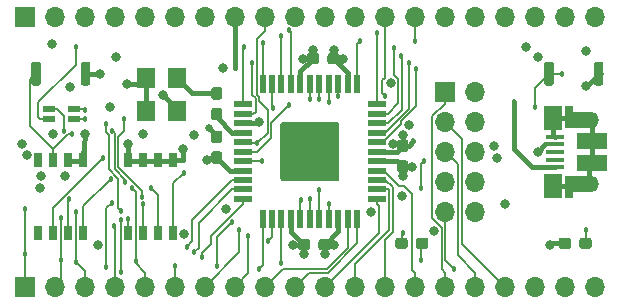
<source format=gbr>
G04 #@! TF.GenerationSoftware,KiCad,Pcbnew,(5.1.4-0-10_14)*
G04 #@! TF.CreationDate,2019-08-31T02:18:22-07:00*
G04 #@! TF.ProjectId,max_breakout,6d61785f-6272-4656-916b-6f75742e6b69,2.0*
G04 #@! TF.SameCoordinates,Original*
G04 #@! TF.FileFunction,Copper,L1,Top*
G04 #@! TF.FilePolarity,Positive*
%FSLAX46Y46*%
G04 Gerber Fmt 4.6, Leading zero omitted, Abs format (unit mm)*
G04 Created by KiCad (PCBNEW (5.1.4-0-10_14)) date 2019-08-31 02:18:22*
%MOMM*%
%LPD*%
G04 APERTURE LIST*
%ADD10R,0.760000X1.250000*%
%ADD11O,1.700000X1.700000*%
%ADD12R,1.700000X1.700000*%
%ADD13C,0.100000*%
%ADD14C,0.950000*%
%ADD15C,0.500000*%
%ADD16C,5.000000*%
%ADD17R,1.500000X0.550000*%
%ADD18R,0.550000X1.500000*%
%ADD19R,2.500000X1.430000*%
%ADD20O,1.700000X1.350000*%
%ADD21O,1.500000X1.100000*%
%ADD22R,1.650000X0.400000*%
%ADD23R,1.500000X2.000000*%
%ADD24R,0.700000X1.825000*%
%ADD25R,2.000000X1.350000*%
%ADD26R,1.000000X0.500000*%
%ADD27C,0.800000*%
%ADD28R,1.540000X1.800000*%
%ADD29C,0.812800*%
%ADD30C,0.660400*%
%ADD31C,0.457200*%
%ADD32C,0.406400*%
%ADD33C,0.152400*%
%ADD34C,0.127000*%
G04 APERTURE END LIST*
D10*
X118999000Y-116359000D03*
X115189000Y-110209000D03*
X117729000Y-116359000D03*
X116459000Y-110209000D03*
X116459000Y-116359000D03*
X117729000Y-110209000D03*
X115189000Y-116359000D03*
X118999000Y-110209000D03*
X126619000Y-116359000D03*
X122809000Y-110209000D03*
X125349000Y-116359000D03*
X124079000Y-110209000D03*
X124079000Y-116359000D03*
X125349000Y-110209000D03*
X122809000Y-116359000D03*
X126619000Y-110209000D03*
D11*
X162306000Y-98044000D03*
X159766000Y-98044000D03*
X157226000Y-98044000D03*
X154686000Y-98044000D03*
X152146000Y-98044000D03*
X149606000Y-98044000D03*
X147066000Y-98044000D03*
X144526000Y-98044000D03*
X141986000Y-98044000D03*
X139446000Y-98044000D03*
X136906000Y-98044000D03*
X134366000Y-98044000D03*
X131826000Y-98044000D03*
X129286000Y-98044000D03*
X126746000Y-98044000D03*
X124206000Y-98044000D03*
X121666000Y-98044000D03*
X119126000Y-98044000D03*
X116586000Y-98044000D03*
D12*
X114046000Y-98044000D03*
D11*
X162306000Y-120904000D03*
X159766000Y-120904000D03*
X157226000Y-120904000D03*
X154686000Y-120904000D03*
X152146000Y-120904000D03*
X149606000Y-120904000D03*
X147066000Y-120904000D03*
X144526000Y-120904000D03*
X141986000Y-120904000D03*
X139446000Y-120904000D03*
X136906000Y-120904000D03*
X134366000Y-120904000D03*
X131826000Y-120904000D03*
X129286000Y-120904000D03*
X126746000Y-120904000D03*
X124206000Y-120904000D03*
X121666000Y-120904000D03*
X119126000Y-120904000D03*
X116586000Y-120904000D03*
D12*
X114046000Y-120904000D03*
D13*
G36*
X130562779Y-109444144D02*
G01*
X130585834Y-109447563D01*
X130608443Y-109453227D01*
X130630387Y-109461079D01*
X130651457Y-109471044D01*
X130671448Y-109483026D01*
X130690168Y-109496910D01*
X130707438Y-109512562D01*
X130723090Y-109529832D01*
X130736974Y-109548552D01*
X130748956Y-109568543D01*
X130758921Y-109589613D01*
X130766773Y-109611557D01*
X130772437Y-109634166D01*
X130775856Y-109657221D01*
X130777000Y-109680500D01*
X130777000Y-110255500D01*
X130775856Y-110278779D01*
X130772437Y-110301834D01*
X130766773Y-110324443D01*
X130758921Y-110346387D01*
X130748956Y-110367457D01*
X130736974Y-110387448D01*
X130723090Y-110406168D01*
X130707438Y-110423438D01*
X130690168Y-110439090D01*
X130671448Y-110452974D01*
X130651457Y-110464956D01*
X130630387Y-110474921D01*
X130608443Y-110482773D01*
X130585834Y-110488437D01*
X130562779Y-110491856D01*
X130539500Y-110493000D01*
X130064500Y-110493000D01*
X130041221Y-110491856D01*
X130018166Y-110488437D01*
X129995557Y-110482773D01*
X129973613Y-110474921D01*
X129952543Y-110464956D01*
X129932552Y-110452974D01*
X129913832Y-110439090D01*
X129896562Y-110423438D01*
X129880910Y-110406168D01*
X129867026Y-110387448D01*
X129855044Y-110367457D01*
X129845079Y-110346387D01*
X129837227Y-110324443D01*
X129831563Y-110301834D01*
X129828144Y-110278779D01*
X129827000Y-110255500D01*
X129827000Y-109680500D01*
X129828144Y-109657221D01*
X129831563Y-109634166D01*
X129837227Y-109611557D01*
X129845079Y-109589613D01*
X129855044Y-109568543D01*
X129867026Y-109548552D01*
X129880910Y-109529832D01*
X129896562Y-109512562D01*
X129913832Y-109496910D01*
X129932552Y-109483026D01*
X129952543Y-109471044D01*
X129973613Y-109461079D01*
X129995557Y-109453227D01*
X130018166Y-109447563D01*
X130041221Y-109444144D01*
X130064500Y-109443000D01*
X130539500Y-109443000D01*
X130562779Y-109444144D01*
X130562779Y-109444144D01*
G37*
D14*
X130302000Y-109968000D03*
D13*
G36*
X130562779Y-107694144D02*
G01*
X130585834Y-107697563D01*
X130608443Y-107703227D01*
X130630387Y-107711079D01*
X130651457Y-107721044D01*
X130671448Y-107733026D01*
X130690168Y-107746910D01*
X130707438Y-107762562D01*
X130723090Y-107779832D01*
X130736974Y-107798552D01*
X130748956Y-107818543D01*
X130758921Y-107839613D01*
X130766773Y-107861557D01*
X130772437Y-107884166D01*
X130775856Y-107907221D01*
X130777000Y-107930500D01*
X130777000Y-108505500D01*
X130775856Y-108528779D01*
X130772437Y-108551834D01*
X130766773Y-108574443D01*
X130758921Y-108596387D01*
X130748956Y-108617457D01*
X130736974Y-108637448D01*
X130723090Y-108656168D01*
X130707438Y-108673438D01*
X130690168Y-108689090D01*
X130671448Y-108702974D01*
X130651457Y-108714956D01*
X130630387Y-108724921D01*
X130608443Y-108732773D01*
X130585834Y-108738437D01*
X130562779Y-108741856D01*
X130539500Y-108743000D01*
X130064500Y-108743000D01*
X130041221Y-108741856D01*
X130018166Y-108738437D01*
X129995557Y-108732773D01*
X129973613Y-108724921D01*
X129952543Y-108714956D01*
X129932552Y-108702974D01*
X129913832Y-108689090D01*
X129896562Y-108673438D01*
X129880910Y-108656168D01*
X129867026Y-108637448D01*
X129855044Y-108617457D01*
X129845079Y-108596387D01*
X129837227Y-108574443D01*
X129831563Y-108551834D01*
X129828144Y-108528779D01*
X129827000Y-108505500D01*
X129827000Y-107930500D01*
X129828144Y-107907221D01*
X129831563Y-107884166D01*
X129837227Y-107861557D01*
X129845079Y-107839613D01*
X129855044Y-107818543D01*
X129867026Y-107798552D01*
X129880910Y-107779832D01*
X129896562Y-107762562D01*
X129913832Y-107746910D01*
X129932552Y-107733026D01*
X129952543Y-107721044D01*
X129973613Y-107711079D01*
X129995557Y-107703227D01*
X130018166Y-107697563D01*
X130041221Y-107694144D01*
X130064500Y-107693000D01*
X130539500Y-107693000D01*
X130562779Y-107694144D01*
X130562779Y-107694144D01*
G37*
D14*
X130302000Y-108218000D03*
D15*
X139876000Y-107974000D03*
X139876000Y-108974000D03*
X139876000Y-109974000D03*
X137676000Y-108974000D03*
D13*
G36*
X140450504Y-106975204D02*
G01*
X140474773Y-106978804D01*
X140498571Y-106984765D01*
X140521671Y-106993030D01*
X140543849Y-107003520D01*
X140564893Y-107016133D01*
X140584598Y-107030747D01*
X140602777Y-107047223D01*
X140619253Y-107065402D01*
X140633867Y-107085107D01*
X140646480Y-107106151D01*
X140656970Y-107128329D01*
X140665235Y-107151429D01*
X140671196Y-107175227D01*
X140674796Y-107199496D01*
X140676000Y-107224000D01*
X140676000Y-111724000D01*
X140674796Y-111748504D01*
X140671196Y-111772773D01*
X140665235Y-111796571D01*
X140656970Y-111819671D01*
X140646480Y-111841849D01*
X140633867Y-111862893D01*
X140619253Y-111882598D01*
X140602777Y-111900777D01*
X140584598Y-111917253D01*
X140564893Y-111931867D01*
X140543849Y-111944480D01*
X140521671Y-111954970D01*
X140498571Y-111963235D01*
X140474773Y-111969196D01*
X140450504Y-111972796D01*
X140426000Y-111974000D01*
X135926000Y-111974000D01*
X135901496Y-111972796D01*
X135877227Y-111969196D01*
X135853429Y-111963235D01*
X135830329Y-111954970D01*
X135808151Y-111944480D01*
X135787107Y-111931867D01*
X135767402Y-111917253D01*
X135749223Y-111900777D01*
X135732747Y-111882598D01*
X135718133Y-111862893D01*
X135705520Y-111841849D01*
X135695030Y-111819671D01*
X135686765Y-111796571D01*
X135680804Y-111772773D01*
X135677204Y-111748504D01*
X135676000Y-111724000D01*
X135676000Y-107224000D01*
X135677204Y-107199496D01*
X135680804Y-107175227D01*
X135686765Y-107151429D01*
X135695030Y-107128329D01*
X135705520Y-107106151D01*
X135718133Y-107085107D01*
X135732747Y-107065402D01*
X135749223Y-107047223D01*
X135767402Y-107030747D01*
X135787107Y-107016133D01*
X135808151Y-107003520D01*
X135830329Y-106993030D01*
X135853429Y-106984765D01*
X135877227Y-106978804D01*
X135901496Y-106975204D01*
X135926000Y-106974000D01*
X140426000Y-106974000D01*
X140450504Y-106975204D01*
X140450504Y-106975204D01*
G37*
D16*
X138176000Y-109474000D03*
D15*
X138776000Y-107974000D03*
X139876000Y-111074000D03*
X138776000Y-111074000D03*
X137676000Y-111074000D03*
X136576000Y-111074000D03*
X137676000Y-107974000D03*
X136576000Y-107974000D03*
X136576000Y-109974000D03*
X137676000Y-109974000D03*
X138776000Y-109974000D03*
X138776000Y-108974000D03*
X136576000Y-108974000D03*
D17*
X132476000Y-113474000D03*
X132476000Y-112674000D03*
X132476000Y-111874000D03*
X132476000Y-111074000D03*
X132476000Y-110274000D03*
X132476000Y-109474000D03*
X132476000Y-108674000D03*
X132476000Y-107874000D03*
X132476000Y-107074000D03*
X132476000Y-106274000D03*
X132476000Y-105474000D03*
D18*
X134176000Y-103774000D03*
X134976000Y-103774000D03*
X135776000Y-103774000D03*
X136576000Y-103774000D03*
X137376000Y-103774000D03*
X138176000Y-103774000D03*
X138976000Y-103774000D03*
X139776000Y-103774000D03*
X140576000Y-103774000D03*
X141376000Y-103774000D03*
X142176000Y-103774000D03*
D17*
X143876000Y-105474000D03*
X143876000Y-106274000D03*
X143876000Y-107074000D03*
X143876000Y-107874000D03*
X143876000Y-108674000D03*
X143876000Y-109474000D03*
X143876000Y-110274000D03*
X143876000Y-111074000D03*
X143876000Y-111874000D03*
X143876000Y-112674000D03*
X143876000Y-113474000D03*
D18*
X142176000Y-115174000D03*
X141376000Y-115174000D03*
X140576000Y-115174000D03*
X139776000Y-115174000D03*
X138976000Y-115174000D03*
X138176000Y-115174000D03*
X137376000Y-115174000D03*
X136576000Y-115174000D03*
X135776000Y-115174000D03*
X134976000Y-115174000D03*
X134176000Y-115174000D03*
D19*
X162052000Y-108539000D03*
X162052000Y-110459000D03*
D20*
X161782000Y-106769000D03*
X161782000Y-112229000D03*
D21*
X158782000Y-107079000D03*
X158782000Y-111919000D03*
D22*
X158902000Y-108199000D03*
X158902000Y-108849000D03*
X158902000Y-109499000D03*
X158902000Y-110149000D03*
X158902000Y-110799000D03*
D23*
X158782000Y-106599000D03*
X158802000Y-112349000D03*
D24*
X160102000Y-106499000D03*
X160102000Y-112449000D03*
D25*
X160852000Y-112229000D03*
X160852000Y-106749000D03*
D26*
X118169000Y-106699000D03*
X116069000Y-106699000D03*
X118169000Y-105899000D03*
X116069000Y-105899000D03*
D13*
G36*
X158647603Y-101870963D02*
G01*
X158667018Y-101873843D01*
X158686057Y-101878612D01*
X158704537Y-101885224D01*
X158722279Y-101893616D01*
X158739114Y-101903706D01*
X158754879Y-101915398D01*
X158769421Y-101928579D01*
X158782602Y-101943121D01*
X158794294Y-101958886D01*
X158804384Y-101975721D01*
X158812776Y-101993463D01*
X158819388Y-102011943D01*
X158824157Y-102030982D01*
X158827037Y-102050397D01*
X158828000Y-102070000D01*
X158828000Y-103670000D01*
X158827037Y-103689603D01*
X158824157Y-103709018D01*
X158819388Y-103728057D01*
X158812776Y-103746537D01*
X158804384Y-103764279D01*
X158794294Y-103781114D01*
X158782602Y-103796879D01*
X158769421Y-103811421D01*
X158754879Y-103824602D01*
X158739114Y-103836294D01*
X158722279Y-103846384D01*
X158704537Y-103854776D01*
X158686057Y-103861388D01*
X158667018Y-103866157D01*
X158647603Y-103869037D01*
X158628000Y-103870000D01*
X158228000Y-103870000D01*
X158208397Y-103869037D01*
X158188982Y-103866157D01*
X158169943Y-103861388D01*
X158151463Y-103854776D01*
X158133721Y-103846384D01*
X158116886Y-103836294D01*
X158101121Y-103824602D01*
X158086579Y-103811421D01*
X158073398Y-103796879D01*
X158061706Y-103781114D01*
X158051616Y-103764279D01*
X158043224Y-103746537D01*
X158036612Y-103728057D01*
X158031843Y-103709018D01*
X158028963Y-103689603D01*
X158028000Y-103670000D01*
X158028000Y-102070000D01*
X158028963Y-102050397D01*
X158031843Y-102030982D01*
X158036612Y-102011943D01*
X158043224Y-101993463D01*
X158051616Y-101975721D01*
X158061706Y-101958886D01*
X158073398Y-101943121D01*
X158086579Y-101928579D01*
X158101121Y-101915398D01*
X158116886Y-101903706D01*
X158133721Y-101893616D01*
X158151463Y-101885224D01*
X158169943Y-101878612D01*
X158188982Y-101873843D01*
X158208397Y-101870963D01*
X158228000Y-101870000D01*
X158628000Y-101870000D01*
X158647603Y-101870963D01*
X158647603Y-101870963D01*
G37*
D27*
X158428000Y-102870000D03*
D13*
G36*
X162847603Y-101870963D02*
G01*
X162867018Y-101873843D01*
X162886057Y-101878612D01*
X162904537Y-101885224D01*
X162922279Y-101893616D01*
X162939114Y-101903706D01*
X162954879Y-101915398D01*
X162969421Y-101928579D01*
X162982602Y-101943121D01*
X162994294Y-101958886D01*
X163004384Y-101975721D01*
X163012776Y-101993463D01*
X163019388Y-102011943D01*
X163024157Y-102030982D01*
X163027037Y-102050397D01*
X163028000Y-102070000D01*
X163028000Y-103670000D01*
X163027037Y-103689603D01*
X163024157Y-103709018D01*
X163019388Y-103728057D01*
X163012776Y-103746537D01*
X163004384Y-103764279D01*
X162994294Y-103781114D01*
X162982602Y-103796879D01*
X162969421Y-103811421D01*
X162954879Y-103824602D01*
X162939114Y-103836294D01*
X162922279Y-103846384D01*
X162904537Y-103854776D01*
X162886057Y-103861388D01*
X162867018Y-103866157D01*
X162847603Y-103869037D01*
X162828000Y-103870000D01*
X162428000Y-103870000D01*
X162408397Y-103869037D01*
X162388982Y-103866157D01*
X162369943Y-103861388D01*
X162351463Y-103854776D01*
X162333721Y-103846384D01*
X162316886Y-103836294D01*
X162301121Y-103824602D01*
X162286579Y-103811421D01*
X162273398Y-103796879D01*
X162261706Y-103781114D01*
X162251616Y-103764279D01*
X162243224Y-103746537D01*
X162236612Y-103728057D01*
X162231843Y-103709018D01*
X162228963Y-103689603D01*
X162228000Y-103670000D01*
X162228000Y-102070000D01*
X162228963Y-102050397D01*
X162231843Y-102030982D01*
X162236612Y-102011943D01*
X162243224Y-101993463D01*
X162251616Y-101975721D01*
X162261706Y-101958886D01*
X162273398Y-101943121D01*
X162286579Y-101928579D01*
X162301121Y-101915398D01*
X162316886Y-101903706D01*
X162333721Y-101893616D01*
X162351463Y-101885224D01*
X162369943Y-101878612D01*
X162388982Y-101873843D01*
X162408397Y-101870963D01*
X162428000Y-101870000D01*
X162828000Y-101870000D01*
X162847603Y-101870963D01*
X162847603Y-101870963D01*
G37*
D27*
X162628000Y-102870000D03*
D13*
G36*
X115213603Y-101870963D02*
G01*
X115233018Y-101873843D01*
X115252057Y-101878612D01*
X115270537Y-101885224D01*
X115288279Y-101893616D01*
X115305114Y-101903706D01*
X115320879Y-101915398D01*
X115335421Y-101928579D01*
X115348602Y-101943121D01*
X115360294Y-101958886D01*
X115370384Y-101975721D01*
X115378776Y-101993463D01*
X115385388Y-102011943D01*
X115390157Y-102030982D01*
X115393037Y-102050397D01*
X115394000Y-102070000D01*
X115394000Y-103670000D01*
X115393037Y-103689603D01*
X115390157Y-103709018D01*
X115385388Y-103728057D01*
X115378776Y-103746537D01*
X115370384Y-103764279D01*
X115360294Y-103781114D01*
X115348602Y-103796879D01*
X115335421Y-103811421D01*
X115320879Y-103824602D01*
X115305114Y-103836294D01*
X115288279Y-103846384D01*
X115270537Y-103854776D01*
X115252057Y-103861388D01*
X115233018Y-103866157D01*
X115213603Y-103869037D01*
X115194000Y-103870000D01*
X114794000Y-103870000D01*
X114774397Y-103869037D01*
X114754982Y-103866157D01*
X114735943Y-103861388D01*
X114717463Y-103854776D01*
X114699721Y-103846384D01*
X114682886Y-103836294D01*
X114667121Y-103824602D01*
X114652579Y-103811421D01*
X114639398Y-103796879D01*
X114627706Y-103781114D01*
X114617616Y-103764279D01*
X114609224Y-103746537D01*
X114602612Y-103728057D01*
X114597843Y-103709018D01*
X114594963Y-103689603D01*
X114594000Y-103670000D01*
X114594000Y-102070000D01*
X114594963Y-102050397D01*
X114597843Y-102030982D01*
X114602612Y-102011943D01*
X114609224Y-101993463D01*
X114617616Y-101975721D01*
X114627706Y-101958886D01*
X114639398Y-101943121D01*
X114652579Y-101928579D01*
X114667121Y-101915398D01*
X114682886Y-101903706D01*
X114699721Y-101893616D01*
X114717463Y-101885224D01*
X114735943Y-101878612D01*
X114754982Y-101873843D01*
X114774397Y-101870963D01*
X114794000Y-101870000D01*
X115194000Y-101870000D01*
X115213603Y-101870963D01*
X115213603Y-101870963D01*
G37*
D27*
X114994000Y-102870000D03*
D13*
G36*
X119413603Y-101870963D02*
G01*
X119433018Y-101873843D01*
X119452057Y-101878612D01*
X119470537Y-101885224D01*
X119488279Y-101893616D01*
X119505114Y-101903706D01*
X119520879Y-101915398D01*
X119535421Y-101928579D01*
X119548602Y-101943121D01*
X119560294Y-101958886D01*
X119570384Y-101975721D01*
X119578776Y-101993463D01*
X119585388Y-102011943D01*
X119590157Y-102030982D01*
X119593037Y-102050397D01*
X119594000Y-102070000D01*
X119594000Y-103670000D01*
X119593037Y-103689603D01*
X119590157Y-103709018D01*
X119585388Y-103728057D01*
X119578776Y-103746537D01*
X119570384Y-103764279D01*
X119560294Y-103781114D01*
X119548602Y-103796879D01*
X119535421Y-103811421D01*
X119520879Y-103824602D01*
X119505114Y-103836294D01*
X119488279Y-103846384D01*
X119470537Y-103854776D01*
X119452057Y-103861388D01*
X119433018Y-103866157D01*
X119413603Y-103869037D01*
X119394000Y-103870000D01*
X118994000Y-103870000D01*
X118974397Y-103869037D01*
X118954982Y-103866157D01*
X118935943Y-103861388D01*
X118917463Y-103854776D01*
X118899721Y-103846384D01*
X118882886Y-103836294D01*
X118867121Y-103824602D01*
X118852579Y-103811421D01*
X118839398Y-103796879D01*
X118827706Y-103781114D01*
X118817616Y-103764279D01*
X118809224Y-103746537D01*
X118802612Y-103728057D01*
X118797843Y-103709018D01*
X118794963Y-103689603D01*
X118794000Y-103670000D01*
X118794000Y-102070000D01*
X118794963Y-102050397D01*
X118797843Y-102030982D01*
X118802612Y-102011943D01*
X118809224Y-101993463D01*
X118817616Y-101975721D01*
X118827706Y-101958886D01*
X118839398Y-101943121D01*
X118852579Y-101928579D01*
X118867121Y-101915398D01*
X118882886Y-101903706D01*
X118899721Y-101893616D01*
X118917463Y-101885224D01*
X118935943Y-101878612D01*
X118954982Y-101873843D01*
X118974397Y-101870963D01*
X118994000Y-101870000D01*
X119394000Y-101870000D01*
X119413603Y-101870963D01*
X119413603Y-101870963D01*
G37*
D27*
X119194000Y-102870000D03*
D13*
G36*
X138754779Y-101126144D02*
G01*
X138777834Y-101129563D01*
X138800443Y-101135227D01*
X138822387Y-101143079D01*
X138843457Y-101153044D01*
X138863448Y-101165026D01*
X138882168Y-101178910D01*
X138899438Y-101194562D01*
X138915090Y-101211832D01*
X138928974Y-101230552D01*
X138940956Y-101250543D01*
X138950921Y-101271613D01*
X138958773Y-101293557D01*
X138964437Y-101316166D01*
X138967856Y-101339221D01*
X138969000Y-101362500D01*
X138969000Y-101837500D01*
X138967856Y-101860779D01*
X138964437Y-101883834D01*
X138958773Y-101906443D01*
X138950921Y-101928387D01*
X138940956Y-101949457D01*
X138928974Y-101969448D01*
X138915090Y-101988168D01*
X138899438Y-102005438D01*
X138882168Y-102021090D01*
X138863448Y-102034974D01*
X138843457Y-102046956D01*
X138822387Y-102056921D01*
X138800443Y-102064773D01*
X138777834Y-102070437D01*
X138754779Y-102073856D01*
X138731500Y-102075000D01*
X138156500Y-102075000D01*
X138133221Y-102073856D01*
X138110166Y-102070437D01*
X138087557Y-102064773D01*
X138065613Y-102056921D01*
X138044543Y-102046956D01*
X138024552Y-102034974D01*
X138005832Y-102021090D01*
X137988562Y-102005438D01*
X137972910Y-101988168D01*
X137959026Y-101969448D01*
X137947044Y-101949457D01*
X137937079Y-101928387D01*
X137929227Y-101906443D01*
X137923563Y-101883834D01*
X137920144Y-101860779D01*
X137919000Y-101837500D01*
X137919000Y-101362500D01*
X137920144Y-101339221D01*
X137923563Y-101316166D01*
X137929227Y-101293557D01*
X137937079Y-101271613D01*
X137947044Y-101250543D01*
X137959026Y-101230552D01*
X137972910Y-101211832D01*
X137988562Y-101194562D01*
X138005832Y-101178910D01*
X138024552Y-101165026D01*
X138044543Y-101153044D01*
X138065613Y-101143079D01*
X138087557Y-101135227D01*
X138110166Y-101129563D01*
X138133221Y-101126144D01*
X138156500Y-101125000D01*
X138731500Y-101125000D01*
X138754779Y-101126144D01*
X138754779Y-101126144D01*
G37*
D14*
X138444000Y-101600000D03*
D13*
G36*
X140504779Y-101126144D02*
G01*
X140527834Y-101129563D01*
X140550443Y-101135227D01*
X140572387Y-101143079D01*
X140593457Y-101153044D01*
X140613448Y-101165026D01*
X140632168Y-101178910D01*
X140649438Y-101194562D01*
X140665090Y-101211832D01*
X140678974Y-101230552D01*
X140690956Y-101250543D01*
X140700921Y-101271613D01*
X140708773Y-101293557D01*
X140714437Y-101316166D01*
X140717856Y-101339221D01*
X140719000Y-101362500D01*
X140719000Y-101837500D01*
X140717856Y-101860779D01*
X140714437Y-101883834D01*
X140708773Y-101906443D01*
X140700921Y-101928387D01*
X140690956Y-101949457D01*
X140678974Y-101969448D01*
X140665090Y-101988168D01*
X140649438Y-102005438D01*
X140632168Y-102021090D01*
X140613448Y-102034974D01*
X140593457Y-102046956D01*
X140572387Y-102056921D01*
X140550443Y-102064773D01*
X140527834Y-102070437D01*
X140504779Y-102073856D01*
X140481500Y-102075000D01*
X139906500Y-102075000D01*
X139883221Y-102073856D01*
X139860166Y-102070437D01*
X139837557Y-102064773D01*
X139815613Y-102056921D01*
X139794543Y-102046956D01*
X139774552Y-102034974D01*
X139755832Y-102021090D01*
X139738562Y-102005438D01*
X139722910Y-101988168D01*
X139709026Y-101969448D01*
X139697044Y-101949457D01*
X139687079Y-101928387D01*
X139679227Y-101906443D01*
X139673563Y-101883834D01*
X139670144Y-101860779D01*
X139669000Y-101837500D01*
X139669000Y-101362500D01*
X139670144Y-101339221D01*
X139673563Y-101316166D01*
X139679227Y-101293557D01*
X139687079Y-101271613D01*
X139697044Y-101250543D01*
X139709026Y-101230552D01*
X139722910Y-101211832D01*
X139738562Y-101194562D01*
X139755832Y-101178910D01*
X139774552Y-101165026D01*
X139794543Y-101153044D01*
X139815613Y-101143079D01*
X139837557Y-101135227D01*
X139860166Y-101129563D01*
X139883221Y-101126144D01*
X139906500Y-101125000D01*
X140481500Y-101125000D01*
X140504779Y-101126144D01*
X140504779Y-101126144D01*
G37*
D14*
X140194000Y-101600000D03*
D11*
X152146000Y-114554000D03*
X149606000Y-114554000D03*
X152146000Y-112014000D03*
X149606000Y-112014000D03*
X152146000Y-109474000D03*
X149606000Y-109474000D03*
X152146000Y-106934000D03*
X149606000Y-106934000D03*
X152146000Y-104394000D03*
D12*
X149606000Y-104394000D03*
D13*
G36*
X130562779Y-105761144D02*
G01*
X130585834Y-105764563D01*
X130608443Y-105770227D01*
X130630387Y-105778079D01*
X130651457Y-105788044D01*
X130671448Y-105800026D01*
X130690168Y-105813910D01*
X130707438Y-105829562D01*
X130723090Y-105846832D01*
X130736974Y-105865552D01*
X130748956Y-105885543D01*
X130758921Y-105906613D01*
X130766773Y-105928557D01*
X130772437Y-105951166D01*
X130775856Y-105974221D01*
X130777000Y-105997500D01*
X130777000Y-106572500D01*
X130775856Y-106595779D01*
X130772437Y-106618834D01*
X130766773Y-106641443D01*
X130758921Y-106663387D01*
X130748956Y-106684457D01*
X130736974Y-106704448D01*
X130723090Y-106723168D01*
X130707438Y-106740438D01*
X130690168Y-106756090D01*
X130671448Y-106769974D01*
X130651457Y-106781956D01*
X130630387Y-106791921D01*
X130608443Y-106799773D01*
X130585834Y-106805437D01*
X130562779Y-106808856D01*
X130539500Y-106810000D01*
X130064500Y-106810000D01*
X130041221Y-106808856D01*
X130018166Y-106805437D01*
X129995557Y-106799773D01*
X129973613Y-106791921D01*
X129952543Y-106781956D01*
X129932552Y-106769974D01*
X129913832Y-106756090D01*
X129896562Y-106740438D01*
X129880910Y-106723168D01*
X129867026Y-106704448D01*
X129855044Y-106684457D01*
X129845079Y-106663387D01*
X129837227Y-106641443D01*
X129831563Y-106618834D01*
X129828144Y-106595779D01*
X129827000Y-106572500D01*
X129827000Y-105997500D01*
X129828144Y-105974221D01*
X129831563Y-105951166D01*
X129837227Y-105928557D01*
X129845079Y-105906613D01*
X129855044Y-105885543D01*
X129867026Y-105865552D01*
X129880910Y-105846832D01*
X129896562Y-105829562D01*
X129913832Y-105813910D01*
X129932552Y-105800026D01*
X129952543Y-105788044D01*
X129973613Y-105778079D01*
X129995557Y-105770227D01*
X130018166Y-105764563D01*
X130041221Y-105761144D01*
X130064500Y-105760000D01*
X130539500Y-105760000D01*
X130562779Y-105761144D01*
X130562779Y-105761144D01*
G37*
D14*
X130302000Y-106285000D03*
D13*
G36*
X130562779Y-104011144D02*
G01*
X130585834Y-104014563D01*
X130608443Y-104020227D01*
X130630387Y-104028079D01*
X130651457Y-104038044D01*
X130671448Y-104050026D01*
X130690168Y-104063910D01*
X130707438Y-104079562D01*
X130723090Y-104096832D01*
X130736974Y-104115552D01*
X130748956Y-104135543D01*
X130758921Y-104156613D01*
X130766773Y-104178557D01*
X130772437Y-104201166D01*
X130775856Y-104224221D01*
X130777000Y-104247500D01*
X130777000Y-104822500D01*
X130775856Y-104845779D01*
X130772437Y-104868834D01*
X130766773Y-104891443D01*
X130758921Y-104913387D01*
X130748956Y-104934457D01*
X130736974Y-104954448D01*
X130723090Y-104973168D01*
X130707438Y-104990438D01*
X130690168Y-105006090D01*
X130671448Y-105019974D01*
X130651457Y-105031956D01*
X130630387Y-105041921D01*
X130608443Y-105049773D01*
X130585834Y-105055437D01*
X130562779Y-105058856D01*
X130539500Y-105060000D01*
X130064500Y-105060000D01*
X130041221Y-105058856D01*
X130018166Y-105055437D01*
X129995557Y-105049773D01*
X129973613Y-105041921D01*
X129952543Y-105031956D01*
X129932552Y-105019974D01*
X129913832Y-105006090D01*
X129896562Y-104990438D01*
X129880910Y-104973168D01*
X129867026Y-104954448D01*
X129855044Y-104934457D01*
X129845079Y-104913387D01*
X129837227Y-104891443D01*
X129831563Y-104868834D01*
X129828144Y-104845779D01*
X129827000Y-104822500D01*
X129827000Y-104247500D01*
X129828144Y-104224221D01*
X129831563Y-104201166D01*
X129837227Y-104178557D01*
X129845079Y-104156613D01*
X129855044Y-104135543D01*
X129867026Y-104115552D01*
X129880910Y-104096832D01*
X129896562Y-104079562D01*
X129913832Y-104063910D01*
X129932552Y-104050026D01*
X129952543Y-104038044D01*
X129973613Y-104028079D01*
X129995557Y-104020227D01*
X130018166Y-104014563D01*
X130041221Y-104011144D01*
X130064500Y-104010000D01*
X130539500Y-104010000D01*
X130562779Y-104011144D01*
X130562779Y-104011144D01*
G37*
D14*
X130302000Y-104535000D03*
D13*
G36*
X147997779Y-116747144D02*
G01*
X148020834Y-116750563D01*
X148043443Y-116756227D01*
X148065387Y-116764079D01*
X148086457Y-116774044D01*
X148106448Y-116786026D01*
X148125168Y-116799910D01*
X148142438Y-116815562D01*
X148158090Y-116832832D01*
X148171974Y-116851552D01*
X148183956Y-116871543D01*
X148193921Y-116892613D01*
X148201773Y-116914557D01*
X148207437Y-116937166D01*
X148210856Y-116960221D01*
X148212000Y-116983500D01*
X148212000Y-117458500D01*
X148210856Y-117481779D01*
X148207437Y-117504834D01*
X148201773Y-117527443D01*
X148193921Y-117549387D01*
X148183956Y-117570457D01*
X148171974Y-117590448D01*
X148158090Y-117609168D01*
X148142438Y-117626438D01*
X148125168Y-117642090D01*
X148106448Y-117655974D01*
X148086457Y-117667956D01*
X148065387Y-117677921D01*
X148043443Y-117685773D01*
X148020834Y-117691437D01*
X147997779Y-117694856D01*
X147974500Y-117696000D01*
X147399500Y-117696000D01*
X147376221Y-117694856D01*
X147353166Y-117691437D01*
X147330557Y-117685773D01*
X147308613Y-117677921D01*
X147287543Y-117667956D01*
X147267552Y-117655974D01*
X147248832Y-117642090D01*
X147231562Y-117626438D01*
X147215910Y-117609168D01*
X147202026Y-117590448D01*
X147190044Y-117570457D01*
X147180079Y-117549387D01*
X147172227Y-117527443D01*
X147166563Y-117504834D01*
X147163144Y-117481779D01*
X147162000Y-117458500D01*
X147162000Y-116983500D01*
X147163144Y-116960221D01*
X147166563Y-116937166D01*
X147172227Y-116914557D01*
X147180079Y-116892613D01*
X147190044Y-116871543D01*
X147202026Y-116851552D01*
X147215910Y-116832832D01*
X147231562Y-116815562D01*
X147248832Y-116799910D01*
X147267552Y-116786026D01*
X147287543Y-116774044D01*
X147308613Y-116764079D01*
X147330557Y-116756227D01*
X147353166Y-116750563D01*
X147376221Y-116747144D01*
X147399500Y-116746000D01*
X147974500Y-116746000D01*
X147997779Y-116747144D01*
X147997779Y-116747144D01*
G37*
D14*
X147687000Y-117221000D03*
D13*
G36*
X146247779Y-116747144D02*
G01*
X146270834Y-116750563D01*
X146293443Y-116756227D01*
X146315387Y-116764079D01*
X146336457Y-116774044D01*
X146356448Y-116786026D01*
X146375168Y-116799910D01*
X146392438Y-116815562D01*
X146408090Y-116832832D01*
X146421974Y-116851552D01*
X146433956Y-116871543D01*
X146443921Y-116892613D01*
X146451773Y-116914557D01*
X146457437Y-116937166D01*
X146460856Y-116960221D01*
X146462000Y-116983500D01*
X146462000Y-117458500D01*
X146460856Y-117481779D01*
X146457437Y-117504834D01*
X146451773Y-117527443D01*
X146443921Y-117549387D01*
X146433956Y-117570457D01*
X146421974Y-117590448D01*
X146408090Y-117609168D01*
X146392438Y-117626438D01*
X146375168Y-117642090D01*
X146356448Y-117655974D01*
X146336457Y-117667956D01*
X146315387Y-117677921D01*
X146293443Y-117685773D01*
X146270834Y-117691437D01*
X146247779Y-117694856D01*
X146224500Y-117696000D01*
X145649500Y-117696000D01*
X145626221Y-117694856D01*
X145603166Y-117691437D01*
X145580557Y-117685773D01*
X145558613Y-117677921D01*
X145537543Y-117667956D01*
X145517552Y-117655974D01*
X145498832Y-117642090D01*
X145481562Y-117626438D01*
X145465910Y-117609168D01*
X145452026Y-117590448D01*
X145440044Y-117570457D01*
X145430079Y-117549387D01*
X145422227Y-117527443D01*
X145416563Y-117504834D01*
X145413144Y-117481779D01*
X145412000Y-117458500D01*
X145412000Y-116983500D01*
X145413144Y-116960221D01*
X145416563Y-116937166D01*
X145422227Y-116914557D01*
X145430079Y-116892613D01*
X145440044Y-116871543D01*
X145452026Y-116851552D01*
X145465910Y-116832832D01*
X145481562Y-116815562D01*
X145498832Y-116799910D01*
X145517552Y-116786026D01*
X145537543Y-116774044D01*
X145558613Y-116764079D01*
X145580557Y-116756227D01*
X145603166Y-116750563D01*
X145626221Y-116747144D01*
X145649500Y-116746000D01*
X146224500Y-116746000D01*
X146247779Y-116747144D01*
X146247779Y-116747144D01*
G37*
D14*
X145937000Y-117221000D03*
D28*
X124274000Y-103248000D03*
X126954000Y-103248000D03*
X126954000Y-106048000D03*
X124274000Y-106048000D03*
D13*
G36*
X161826779Y-116747144D02*
G01*
X161849834Y-116750563D01*
X161872443Y-116756227D01*
X161894387Y-116764079D01*
X161915457Y-116774044D01*
X161935448Y-116786026D01*
X161954168Y-116799910D01*
X161971438Y-116815562D01*
X161987090Y-116832832D01*
X162000974Y-116851552D01*
X162012956Y-116871543D01*
X162022921Y-116892613D01*
X162030773Y-116914557D01*
X162036437Y-116937166D01*
X162039856Y-116960221D01*
X162041000Y-116983500D01*
X162041000Y-117458500D01*
X162039856Y-117481779D01*
X162036437Y-117504834D01*
X162030773Y-117527443D01*
X162022921Y-117549387D01*
X162012956Y-117570457D01*
X162000974Y-117590448D01*
X161987090Y-117609168D01*
X161971438Y-117626438D01*
X161954168Y-117642090D01*
X161935448Y-117655974D01*
X161915457Y-117667956D01*
X161894387Y-117677921D01*
X161872443Y-117685773D01*
X161849834Y-117691437D01*
X161826779Y-117694856D01*
X161803500Y-117696000D01*
X161228500Y-117696000D01*
X161205221Y-117694856D01*
X161182166Y-117691437D01*
X161159557Y-117685773D01*
X161137613Y-117677921D01*
X161116543Y-117667956D01*
X161096552Y-117655974D01*
X161077832Y-117642090D01*
X161060562Y-117626438D01*
X161044910Y-117609168D01*
X161031026Y-117590448D01*
X161019044Y-117570457D01*
X161009079Y-117549387D01*
X161001227Y-117527443D01*
X160995563Y-117504834D01*
X160992144Y-117481779D01*
X160991000Y-117458500D01*
X160991000Y-116983500D01*
X160992144Y-116960221D01*
X160995563Y-116937166D01*
X161001227Y-116914557D01*
X161009079Y-116892613D01*
X161019044Y-116871543D01*
X161031026Y-116851552D01*
X161044910Y-116832832D01*
X161060562Y-116815562D01*
X161077832Y-116799910D01*
X161096552Y-116786026D01*
X161116543Y-116774044D01*
X161137613Y-116764079D01*
X161159557Y-116756227D01*
X161182166Y-116750563D01*
X161205221Y-116747144D01*
X161228500Y-116746000D01*
X161803500Y-116746000D01*
X161826779Y-116747144D01*
X161826779Y-116747144D01*
G37*
D14*
X161516000Y-117221000D03*
D13*
G36*
X160076779Y-116747144D02*
G01*
X160099834Y-116750563D01*
X160122443Y-116756227D01*
X160144387Y-116764079D01*
X160165457Y-116774044D01*
X160185448Y-116786026D01*
X160204168Y-116799910D01*
X160221438Y-116815562D01*
X160237090Y-116832832D01*
X160250974Y-116851552D01*
X160262956Y-116871543D01*
X160272921Y-116892613D01*
X160280773Y-116914557D01*
X160286437Y-116937166D01*
X160289856Y-116960221D01*
X160291000Y-116983500D01*
X160291000Y-117458500D01*
X160289856Y-117481779D01*
X160286437Y-117504834D01*
X160280773Y-117527443D01*
X160272921Y-117549387D01*
X160262956Y-117570457D01*
X160250974Y-117590448D01*
X160237090Y-117609168D01*
X160221438Y-117626438D01*
X160204168Y-117642090D01*
X160185448Y-117655974D01*
X160165457Y-117667956D01*
X160144387Y-117677921D01*
X160122443Y-117685773D01*
X160099834Y-117691437D01*
X160076779Y-117694856D01*
X160053500Y-117696000D01*
X159478500Y-117696000D01*
X159455221Y-117694856D01*
X159432166Y-117691437D01*
X159409557Y-117685773D01*
X159387613Y-117677921D01*
X159366543Y-117667956D01*
X159346552Y-117655974D01*
X159327832Y-117642090D01*
X159310562Y-117626438D01*
X159294910Y-117609168D01*
X159281026Y-117590448D01*
X159269044Y-117570457D01*
X159259079Y-117549387D01*
X159251227Y-117527443D01*
X159245563Y-117504834D01*
X159242144Y-117481779D01*
X159241000Y-117458500D01*
X159241000Y-116983500D01*
X159242144Y-116960221D01*
X159245563Y-116937166D01*
X159251227Y-116914557D01*
X159259079Y-116892613D01*
X159269044Y-116871543D01*
X159281026Y-116851552D01*
X159294910Y-116832832D01*
X159310562Y-116815562D01*
X159327832Y-116799910D01*
X159346552Y-116786026D01*
X159366543Y-116774044D01*
X159387613Y-116764079D01*
X159409557Y-116756227D01*
X159432166Y-116750563D01*
X159455221Y-116747144D01*
X159478500Y-116746000D01*
X160053500Y-116746000D01*
X160076779Y-116747144D01*
X160076779Y-116747144D01*
G37*
D14*
X159766000Y-117221000D03*
D13*
G36*
X146310779Y-108456144D02*
G01*
X146333834Y-108459563D01*
X146356443Y-108465227D01*
X146378387Y-108473079D01*
X146399457Y-108483044D01*
X146419448Y-108495026D01*
X146438168Y-108508910D01*
X146455438Y-108524562D01*
X146471090Y-108541832D01*
X146484974Y-108560552D01*
X146496956Y-108580543D01*
X146506921Y-108601613D01*
X146514773Y-108623557D01*
X146520437Y-108646166D01*
X146523856Y-108669221D01*
X146525000Y-108692500D01*
X146525000Y-109267500D01*
X146523856Y-109290779D01*
X146520437Y-109313834D01*
X146514773Y-109336443D01*
X146506921Y-109358387D01*
X146496956Y-109379457D01*
X146484974Y-109399448D01*
X146471090Y-109418168D01*
X146455438Y-109435438D01*
X146438168Y-109451090D01*
X146419448Y-109464974D01*
X146399457Y-109476956D01*
X146378387Y-109486921D01*
X146356443Y-109494773D01*
X146333834Y-109500437D01*
X146310779Y-109503856D01*
X146287500Y-109505000D01*
X145812500Y-109505000D01*
X145789221Y-109503856D01*
X145766166Y-109500437D01*
X145743557Y-109494773D01*
X145721613Y-109486921D01*
X145700543Y-109476956D01*
X145680552Y-109464974D01*
X145661832Y-109451090D01*
X145644562Y-109435438D01*
X145628910Y-109418168D01*
X145615026Y-109399448D01*
X145603044Y-109379457D01*
X145593079Y-109358387D01*
X145585227Y-109336443D01*
X145579563Y-109313834D01*
X145576144Y-109290779D01*
X145575000Y-109267500D01*
X145575000Y-108692500D01*
X145576144Y-108669221D01*
X145579563Y-108646166D01*
X145585227Y-108623557D01*
X145593079Y-108601613D01*
X145603044Y-108580543D01*
X145615026Y-108560552D01*
X145628910Y-108541832D01*
X145644562Y-108524562D01*
X145661832Y-108508910D01*
X145680552Y-108495026D01*
X145700543Y-108483044D01*
X145721613Y-108473079D01*
X145743557Y-108465227D01*
X145766166Y-108459563D01*
X145789221Y-108456144D01*
X145812500Y-108455000D01*
X146287500Y-108455000D01*
X146310779Y-108456144D01*
X146310779Y-108456144D01*
G37*
D14*
X146050000Y-108980000D03*
D13*
G36*
X146310779Y-110206144D02*
G01*
X146333834Y-110209563D01*
X146356443Y-110215227D01*
X146378387Y-110223079D01*
X146399457Y-110233044D01*
X146419448Y-110245026D01*
X146438168Y-110258910D01*
X146455438Y-110274562D01*
X146471090Y-110291832D01*
X146484974Y-110310552D01*
X146496956Y-110330543D01*
X146506921Y-110351613D01*
X146514773Y-110373557D01*
X146520437Y-110396166D01*
X146523856Y-110419221D01*
X146525000Y-110442500D01*
X146525000Y-111017500D01*
X146523856Y-111040779D01*
X146520437Y-111063834D01*
X146514773Y-111086443D01*
X146506921Y-111108387D01*
X146496956Y-111129457D01*
X146484974Y-111149448D01*
X146471090Y-111168168D01*
X146455438Y-111185438D01*
X146438168Y-111201090D01*
X146419448Y-111214974D01*
X146399457Y-111226956D01*
X146378387Y-111236921D01*
X146356443Y-111244773D01*
X146333834Y-111250437D01*
X146310779Y-111253856D01*
X146287500Y-111255000D01*
X145812500Y-111255000D01*
X145789221Y-111253856D01*
X145766166Y-111250437D01*
X145743557Y-111244773D01*
X145721613Y-111236921D01*
X145700543Y-111226956D01*
X145680552Y-111214974D01*
X145661832Y-111201090D01*
X145644562Y-111185438D01*
X145628910Y-111168168D01*
X145615026Y-111149448D01*
X145603044Y-111129457D01*
X145593079Y-111108387D01*
X145585227Y-111086443D01*
X145579563Y-111063834D01*
X145576144Y-111040779D01*
X145575000Y-111017500D01*
X145575000Y-110442500D01*
X145576144Y-110419221D01*
X145579563Y-110396166D01*
X145585227Y-110373557D01*
X145593079Y-110351613D01*
X145603044Y-110330543D01*
X145615026Y-110310552D01*
X145628910Y-110291832D01*
X145644562Y-110274562D01*
X145661832Y-110258910D01*
X145680552Y-110245026D01*
X145700543Y-110233044D01*
X145721613Y-110223079D01*
X145743557Y-110215227D01*
X145766166Y-110209563D01*
X145789221Y-110206144D01*
X145812500Y-110205000D01*
X146287500Y-110205000D01*
X146310779Y-110206144D01*
X146310779Y-110206144D01*
G37*
D14*
X146050000Y-110730000D03*
D13*
G36*
X139742779Y-116874144D02*
G01*
X139765834Y-116877563D01*
X139788443Y-116883227D01*
X139810387Y-116891079D01*
X139831457Y-116901044D01*
X139851448Y-116913026D01*
X139870168Y-116926910D01*
X139887438Y-116942562D01*
X139903090Y-116959832D01*
X139916974Y-116978552D01*
X139928956Y-116998543D01*
X139938921Y-117019613D01*
X139946773Y-117041557D01*
X139952437Y-117064166D01*
X139955856Y-117087221D01*
X139957000Y-117110500D01*
X139957000Y-117585500D01*
X139955856Y-117608779D01*
X139952437Y-117631834D01*
X139946773Y-117654443D01*
X139938921Y-117676387D01*
X139928956Y-117697457D01*
X139916974Y-117717448D01*
X139903090Y-117736168D01*
X139887438Y-117753438D01*
X139870168Y-117769090D01*
X139851448Y-117782974D01*
X139831457Y-117794956D01*
X139810387Y-117804921D01*
X139788443Y-117812773D01*
X139765834Y-117818437D01*
X139742779Y-117821856D01*
X139719500Y-117823000D01*
X139144500Y-117823000D01*
X139121221Y-117821856D01*
X139098166Y-117818437D01*
X139075557Y-117812773D01*
X139053613Y-117804921D01*
X139032543Y-117794956D01*
X139012552Y-117782974D01*
X138993832Y-117769090D01*
X138976562Y-117753438D01*
X138960910Y-117736168D01*
X138947026Y-117717448D01*
X138935044Y-117697457D01*
X138925079Y-117676387D01*
X138917227Y-117654443D01*
X138911563Y-117631834D01*
X138908144Y-117608779D01*
X138907000Y-117585500D01*
X138907000Y-117110500D01*
X138908144Y-117087221D01*
X138911563Y-117064166D01*
X138917227Y-117041557D01*
X138925079Y-117019613D01*
X138935044Y-116998543D01*
X138947026Y-116978552D01*
X138960910Y-116959832D01*
X138976562Y-116942562D01*
X138993832Y-116926910D01*
X139012552Y-116913026D01*
X139032543Y-116901044D01*
X139053613Y-116891079D01*
X139075557Y-116883227D01*
X139098166Y-116877563D01*
X139121221Y-116874144D01*
X139144500Y-116873000D01*
X139719500Y-116873000D01*
X139742779Y-116874144D01*
X139742779Y-116874144D01*
G37*
D14*
X139432000Y-117348000D03*
D13*
G36*
X137992779Y-116874144D02*
G01*
X138015834Y-116877563D01*
X138038443Y-116883227D01*
X138060387Y-116891079D01*
X138081457Y-116901044D01*
X138101448Y-116913026D01*
X138120168Y-116926910D01*
X138137438Y-116942562D01*
X138153090Y-116959832D01*
X138166974Y-116978552D01*
X138178956Y-116998543D01*
X138188921Y-117019613D01*
X138196773Y-117041557D01*
X138202437Y-117064166D01*
X138205856Y-117087221D01*
X138207000Y-117110500D01*
X138207000Y-117585500D01*
X138205856Y-117608779D01*
X138202437Y-117631834D01*
X138196773Y-117654443D01*
X138188921Y-117676387D01*
X138178956Y-117697457D01*
X138166974Y-117717448D01*
X138153090Y-117736168D01*
X138137438Y-117753438D01*
X138120168Y-117769090D01*
X138101448Y-117782974D01*
X138081457Y-117794956D01*
X138060387Y-117804921D01*
X138038443Y-117812773D01*
X138015834Y-117818437D01*
X137992779Y-117821856D01*
X137969500Y-117823000D01*
X137394500Y-117823000D01*
X137371221Y-117821856D01*
X137348166Y-117818437D01*
X137325557Y-117812773D01*
X137303613Y-117804921D01*
X137282543Y-117794956D01*
X137262552Y-117782974D01*
X137243832Y-117769090D01*
X137226562Y-117753438D01*
X137210910Y-117736168D01*
X137197026Y-117717448D01*
X137185044Y-117697457D01*
X137175079Y-117676387D01*
X137167227Y-117654443D01*
X137161563Y-117631834D01*
X137158144Y-117608779D01*
X137157000Y-117585500D01*
X137157000Y-117110500D01*
X137158144Y-117087221D01*
X137161563Y-117064166D01*
X137167227Y-117041557D01*
X137175079Y-117019613D01*
X137185044Y-116998543D01*
X137197026Y-116978552D01*
X137210910Y-116959832D01*
X137226562Y-116942562D01*
X137243832Y-116926910D01*
X137262552Y-116913026D01*
X137282543Y-116901044D01*
X137303613Y-116891079D01*
X137325557Y-116883227D01*
X137348166Y-116877563D01*
X137371221Y-116874144D01*
X137394500Y-116873000D01*
X137969500Y-116873000D01*
X137992779Y-116874144D01*
X137992779Y-116874144D01*
G37*
D14*
X137682000Y-117348000D03*
D29*
X137668000Y-118110000D03*
X140970000Y-101600000D03*
X140208000Y-100838000D03*
X146812000Y-110744000D03*
X121285000Y-105664000D03*
X157480886Y-109476270D03*
X161544000Y-103886000D03*
X157480000Y-101473000D03*
X156464000Y-100584000D03*
X120396000Y-102870000D03*
X133857996Y-106933996D03*
X145034000Y-103632000D03*
X158496000Y-117348000D03*
X136779000Y-117348000D03*
X146050000Y-111505988D03*
X120269000Y-117347986D03*
X122809000Y-108839000D03*
D30*
X129641784Y-107462850D03*
D29*
X119125992Y-107950000D03*
X116459000Y-107971802D03*
X124079000Y-107950000D03*
X154686000Y-113919000D03*
X127557802Y-116459000D03*
X115443000Y-111506000D03*
X127416006Y-109219990D03*
X130810000Y-102362000D03*
X116332000Y-100330000D03*
X148675422Y-116172463D03*
X125729987Y-104647987D03*
D31*
X133858000Y-119380000D03*
X150368000Y-119380000D03*
X147574000Y-112522000D03*
X147828000Y-110236000D03*
X138976000Y-112738000D03*
X135090436Y-105795895D03*
X139816937Y-105232190D03*
X144526000Y-104761380D03*
X140589000Y-104761380D03*
X138938000Y-105029000D03*
X138176000Y-105029000D03*
X136448790Y-99187735D03*
X135763000Y-99694988D03*
X134228175Y-100298331D03*
X132588000Y-100584000D03*
X133265989Y-101938011D03*
X139827000Y-113919000D03*
X132969000Y-116586000D03*
X132207000Y-116078000D03*
X138157483Y-113462165D03*
X122174000Y-119634000D03*
X122174000Y-115279309D03*
X145288000Y-100711000D03*
X143891000Y-99441000D03*
X147066000Y-100076000D03*
X142443210Y-100076000D03*
X146939000Y-108585000D03*
D29*
X115316000Y-112522000D03*
X121793000Y-101473000D03*
X113792000Y-108839000D03*
X114250198Y-109728000D03*
X161544000Y-100965000D03*
X139420590Y-118110000D03*
X128397000Y-108077000D03*
X137566410Y-101600000D03*
X138444000Y-100852000D03*
X145975736Y-113182410D03*
X140207986Y-117348000D03*
X117873640Y-103975800D03*
X153797000Y-108966000D03*
X146050000Y-108077000D03*
X146558000Y-107188000D03*
X143391802Y-114554000D03*
X154050998Y-109982000D03*
X117475000Y-111506000D03*
X145184802Y-108839000D03*
X131064000Y-114300000D03*
X129501925Y-110211297D03*
D31*
X147193000Y-102489000D03*
X146558000Y-101981000D03*
X145923000Y-101346000D03*
X134112000Y-110236000D03*
X137414000Y-113538000D03*
X131572000Y-115443000D03*
X121412000Y-113792000D03*
X126746000Y-119126000D03*
X130302000Y-119126000D03*
X120946915Y-119251171D03*
X135763000Y-118872000D03*
X123418599Y-118694190D03*
X123138664Y-112573336D03*
X134607810Y-117043210D03*
X121630228Y-115772566D03*
X129032000Y-118414779D03*
X118375582Y-114571770D03*
X118375582Y-118821221D03*
X117094000Y-115062000D03*
X128397000Y-117982969D03*
X117094000Y-118618000D03*
X114046000Y-114300000D03*
X127757044Y-117525812D03*
X114046000Y-118110000D03*
X146050000Y-116332000D03*
X155487601Y-105232190D03*
X147574000Y-118618000D03*
X118031298Y-107963342D03*
X161544000Y-116078000D03*
X118364000Y-100584000D03*
X159512000Y-102870000D03*
X136398000Y-105561328D03*
X157226000Y-105664000D03*
X117816801Y-113498801D03*
X119126000Y-106680000D03*
X120904198Y-107111810D03*
X122174000Y-114477787D03*
X119126000Y-105918000D03*
X123952000Y-113284000D03*
X122428000Y-106680000D03*
X117348004Y-107696000D03*
X122529612Y-112037858D03*
X121411974Y-107696000D03*
X127508000Y-111252000D03*
X121320604Y-111771276D03*
X122809000Y-115189000D03*
X124079000Y-113919000D03*
X124714000Y-112522000D03*
X133731000Y-108712000D03*
X120700987Y-110003943D03*
X131826000Y-102362000D03*
D29*
X122682010Y-103775000D03*
D32*
X136576000Y-116242000D02*
X136576000Y-115174000D01*
X137682000Y-117348000D02*
X136576000Y-116242000D01*
X145594000Y-110274000D02*
X143876000Y-110274000D01*
X146050000Y-110730000D02*
X145594000Y-110274000D01*
X141376000Y-102782000D02*
X141376000Y-103774000D01*
X140194000Y-101600000D02*
X141376000Y-102782000D01*
X140194000Y-100852000D02*
X140208000Y-100838000D01*
X140194000Y-101600000D02*
X140194000Y-100852000D01*
X140194000Y-101600000D02*
X140970000Y-101600000D01*
X137682000Y-118096000D02*
X137668000Y-118110000D01*
X137682000Y-117348000D02*
X137682000Y-118096000D01*
X146798000Y-110730000D02*
X146812000Y-110744000D01*
X146050000Y-110730000D02*
X146798000Y-110730000D01*
X130302000Y-108218000D02*
X130302000Y-108204000D01*
X122809000Y-110236000D02*
X126619000Y-110236000D01*
X117729000Y-110236000D02*
X118999000Y-110236000D01*
X158108156Y-108849000D02*
X157480886Y-109476270D01*
X161612000Y-103886000D02*
X162628000Y-102870000D01*
X161544000Y-103886000D02*
X161612000Y-103886000D01*
X119194000Y-102870000D02*
X120396000Y-102870000D01*
X133717992Y-107074000D02*
X133857996Y-106933996D01*
X132476000Y-107074000D02*
X133717992Y-107074000D01*
X159766000Y-117221000D02*
X158623000Y-117221000D01*
X158623000Y-117221000D02*
X158496000Y-117348000D01*
X136652010Y-117348000D02*
X136652000Y-117347990D01*
X137682000Y-117348000D02*
X136652010Y-117348000D01*
X146050000Y-110730000D02*
X146050000Y-111505988D01*
X130302000Y-108218000D02*
X130302000Y-108123066D01*
X130302000Y-108123066D02*
X129641784Y-107462850D01*
X118999000Y-110209000D02*
X119125992Y-107950000D01*
X118999000Y-109474000D02*
X118999000Y-110209000D01*
X122809000Y-110209000D02*
X122809000Y-108839000D01*
X126619000Y-110209000D02*
X127405400Y-110209000D01*
X127405400Y-110209000D02*
X127416006Y-110198394D01*
X127416006Y-110198394D02*
X127416006Y-109219990D01*
X126954000Y-106048000D02*
X126954000Y-105918000D01*
X126954000Y-105918000D02*
X125729987Y-104693987D01*
X125729987Y-104693987D02*
X125729987Y-104647987D01*
D33*
X134176000Y-115174000D02*
X134176000Y-119062000D01*
X134176000Y-119062000D02*
X133858000Y-119380000D01*
X149606000Y-114554000D02*
X149606000Y-118618000D01*
X149606000Y-118618000D02*
X150368000Y-119380000D01*
X150684601Y-118240520D02*
X150684601Y-110552601D01*
X150684601Y-110552601D02*
X149606000Y-109474000D01*
X152146000Y-119701919D02*
X150684601Y-118240520D01*
X152146000Y-120904000D02*
X152146000Y-119701919D01*
X138976000Y-112738000D02*
X139065000Y-112649000D01*
D34*
X138976000Y-112738000D02*
X138976000Y-115174000D01*
D33*
X147574000Y-110490000D02*
X147828000Y-110236000D01*
X147574000Y-112522000D02*
X147574000Y-110490000D01*
X151041999Y-108369999D02*
X149606000Y-106934000D01*
X151041999Y-117259999D02*
X151041999Y-108369999D01*
X154686000Y-120904000D02*
X151041999Y-117259999D01*
X134976000Y-105681459D02*
X135090436Y-105795895D01*
X134976000Y-103774000D02*
X134976000Y-105681459D01*
X139776000Y-103774000D02*
X139776000Y-105191253D01*
X139776000Y-105191253D02*
X139816937Y-105232190D01*
X149606000Y-120904000D02*
X149606000Y-119701919D01*
X149326589Y-115925589D02*
X148527399Y-115126399D01*
X149326589Y-119422508D02*
X149326589Y-115925589D01*
X149606000Y-119701919D02*
X149326589Y-119422508D01*
X148527399Y-115126399D02*
X148527399Y-106475001D01*
X148527399Y-106475001D02*
X149606000Y-105396400D01*
X149606000Y-105396400D02*
X149606000Y-104394000D01*
X144526000Y-103200198D02*
X144297401Y-103428797D01*
X144297401Y-103428797D02*
X144297401Y-104532781D01*
X144297401Y-104532781D02*
X144526000Y-104761380D01*
X144526000Y-98044000D02*
X144526000Y-103200198D01*
X140576000Y-104748380D02*
X140589000Y-104761380D01*
X140576000Y-103774000D02*
X140576000Y-104748380D01*
X138976000Y-104991000D02*
X138938000Y-105029000D01*
X138976000Y-103774000D02*
X138976000Y-104991000D01*
X138176000Y-103774000D02*
X138176000Y-105029000D01*
X139319000Y-98171000D02*
X139446000Y-98044000D01*
X136576000Y-99314945D02*
X136448790Y-99187735D01*
X136576000Y-103774000D02*
X136576000Y-99314945D01*
X135776000Y-103774000D02*
X135776000Y-99707988D01*
X135776000Y-99707988D02*
X135763000Y-99694988D01*
X134176000Y-103774000D02*
X134176000Y-100350506D01*
X134176000Y-100350506D02*
X134228175Y-100298331D01*
X132476000Y-100696000D02*
X132588000Y-100584000D01*
X132476000Y-105474000D02*
X132476000Y-100696000D01*
X133265989Y-104649897D02*
X133265989Y-101938011D01*
X133578589Y-104962497D02*
X133265989Y-104649897D01*
X133378400Y-106274000D02*
X133578589Y-106073811D01*
X132476000Y-106274000D02*
X133378400Y-106274000D01*
X133578589Y-106073811D02*
X133578589Y-104962497D01*
X143876000Y-113474000D02*
X143876000Y-113901400D01*
X143876000Y-113901400D02*
X144026803Y-114052203D01*
X144026803Y-114052203D02*
X144026803Y-116323197D01*
X144026803Y-116323197D02*
X139446000Y-120904000D01*
X138099791Y-119710209D02*
X136906000Y-120904000D01*
X142176000Y-117222950D02*
X139688741Y-119710209D01*
X142176000Y-115174000D02*
X142176000Y-117222950D01*
X139688741Y-119710209D02*
X138099791Y-119710209D01*
X139623805Y-119379999D02*
X135890001Y-119379999D01*
X141376000Y-115174000D02*
X141376000Y-117627804D01*
X141376000Y-117627804D02*
X139623805Y-119379999D01*
X135890001Y-119379999D02*
X134366000Y-120904000D01*
X139776000Y-113970000D02*
X139827000Y-113919000D01*
X139776000Y-115174000D02*
X139776000Y-113970000D01*
X132969000Y-119761000D02*
X131826000Y-120904000D01*
X132969000Y-116586000D02*
X132969000Y-119761000D01*
X138176000Y-115174000D02*
X138176000Y-113480682D01*
X138176000Y-113480682D02*
X138157483Y-113462165D01*
X132207000Y-117983000D02*
X129286000Y-120904000D01*
X132207000Y-116078000D02*
X132207000Y-117983000D01*
X122174000Y-119634000D02*
X122174000Y-115279309D01*
X145669001Y-105383399D02*
X145669001Y-103327199D01*
X144778400Y-106274000D02*
X145669001Y-105383399D01*
X145669001Y-103327199D02*
X145288000Y-102946198D01*
X145288000Y-102946198D02*
X145288000Y-100711000D01*
X143876000Y-106274000D02*
X144778400Y-106274000D01*
X143876000Y-99456000D02*
X143891000Y-99441000D01*
X143876000Y-105474000D02*
X143876000Y-99456000D01*
X147066000Y-100076000D02*
X147066000Y-98044000D01*
X142176000Y-103774000D02*
X142176000Y-100343210D01*
X142176000Y-100343210D02*
X142443210Y-100076000D01*
D32*
X131408000Y-111074000D02*
X132476000Y-111074000D01*
X130302000Y-109968000D02*
X131408000Y-111074000D01*
X140576000Y-116204000D02*
X140576000Y-115174000D01*
X139432000Y-117348000D02*
X140576000Y-116204000D01*
X145556000Y-109474000D02*
X143876000Y-109474000D01*
X146050000Y-108980000D02*
X145556000Y-109474000D01*
X137376000Y-102668000D02*
X137376000Y-103774000D01*
X138444000Y-101600000D02*
X137376000Y-102668000D01*
X146544000Y-108980000D02*
X146939000Y-108585000D01*
X146050000Y-108980000D02*
X146544000Y-108980000D01*
X139432000Y-118098590D02*
X139420590Y-118110000D01*
X139432000Y-117348000D02*
X139432000Y-118098590D01*
X138444000Y-101600000D02*
X137566410Y-101600000D01*
X138444000Y-100852000D02*
X138430000Y-100838000D01*
X138444000Y-101600000D02*
X138444000Y-100852000D01*
X139432000Y-117348000D02*
X140207986Y-117348000D01*
X146050000Y-108980000D02*
X146050000Y-108077000D01*
X129501925Y-110193075D02*
X129727000Y-109968000D01*
X129501925Y-110211297D02*
X129501925Y-110193075D01*
X129727000Y-109968000D02*
X130302000Y-109968000D01*
D33*
X147066000Y-119701919D02*
X147066000Y-120904000D01*
X146812000Y-119447919D02*
X147066000Y-119701919D01*
X146812000Y-113056800D02*
X146812000Y-119447919D01*
X145745195Y-112395002D02*
X146150202Y-112395002D01*
X146150202Y-112395002D02*
X146812000Y-113056800D01*
X144424193Y-111074000D02*
X145745195Y-112395002D01*
X143876000Y-111074000D02*
X144424193Y-111074000D01*
X145184812Y-112483762D02*
X145184812Y-116281006D01*
X143876000Y-111874000D02*
X144575050Y-111874000D01*
X144526000Y-116939818D02*
X144526000Y-120904000D01*
X145184812Y-116281006D02*
X144526000Y-116939818D01*
X144575050Y-111874000D02*
X145184812Y-112483762D01*
X144829200Y-112674000D02*
X144854601Y-112699401D01*
X143876000Y-112674000D02*
X144829200Y-112674000D01*
X141986000Y-119012830D02*
X141986000Y-120904000D01*
X144854601Y-112699401D02*
X144854601Y-116144229D01*
X144854601Y-116144229D02*
X141986000Y-119012830D01*
X145922999Y-107161001D02*
X145922999Y-106883199D01*
X143876000Y-108674000D02*
X144410000Y-108674000D01*
X144410000Y-108674000D02*
X145922999Y-107161001D01*
X145922999Y-106883199D02*
X147193000Y-105613198D01*
X147193000Y-105613198D02*
X147193000Y-102489000D01*
X146558000Y-105853052D02*
X146558000Y-101981000D01*
X144537052Y-107874000D02*
X146558000Y-105853052D01*
X143876000Y-107874000D02*
X144537052Y-107874000D01*
X145948411Y-101371411D02*
X145923000Y-101346000D01*
X145948411Y-105903989D02*
X145948411Y-101371411D01*
X144778400Y-107074000D02*
X145948411Y-105903989D01*
X143876000Y-107074000D02*
X144778400Y-107074000D01*
X134074000Y-110274000D02*
X134112000Y-110236000D01*
X132476000Y-110274000D02*
X134074000Y-110274000D01*
X137376000Y-113576000D02*
X137414000Y-113538000D01*
X137376000Y-115174000D02*
X137376000Y-113576000D01*
X126746000Y-119126000D02*
X126746000Y-120904000D01*
X130302000Y-116713000D02*
X131572000Y-115443000D01*
X130302000Y-119126000D02*
X130302000Y-116713000D01*
X120946915Y-114257085D02*
X120946915Y-119251171D01*
X121412000Y-113792000D02*
X120946915Y-114257085D01*
X135776000Y-118859000D02*
X135763000Y-118872000D01*
X135776000Y-115174000D02*
X135776000Y-118859000D01*
X123418599Y-112853271D02*
X123138664Y-112573336D01*
X123418599Y-118914518D02*
X123418599Y-112853271D01*
X124206000Y-120904000D02*
X124206000Y-119701919D01*
X124206000Y-119701919D02*
X123418599Y-118914518D01*
X134976000Y-115174000D02*
X134976000Y-116675020D01*
X134976000Y-116675020D02*
X134607810Y-117043210D01*
X121666000Y-115808338D02*
X121630228Y-115772566D01*
X121666000Y-120904000D02*
X121666000Y-115808338D01*
X129032000Y-118091490D02*
X129032000Y-118414779D01*
X129792700Y-117330790D02*
X129032000Y-118091490D01*
X129792700Y-116584700D02*
X129792700Y-117330790D01*
X132476000Y-113901400D02*
X129792700Y-116584700D01*
X132476000Y-113474000D02*
X132476000Y-113901400D01*
X119126000Y-119571639D02*
X118375582Y-118821221D01*
X119126000Y-120904000D02*
X119126000Y-119571639D01*
X118375582Y-114571770D02*
X118375582Y-118821221D01*
X117094000Y-120396000D02*
X116586000Y-120904000D01*
X117094000Y-118618000D02*
X117094000Y-120396000D01*
X117094000Y-115062000D02*
X117094000Y-118618000D01*
X128778000Y-117602000D02*
X128777969Y-117602000D01*
X128777969Y-117602000D02*
X128397000Y-117982969D01*
X132476000Y-112674000D02*
X131573600Y-112674000D01*
X128778000Y-115469600D02*
X128778000Y-117602000D01*
X131573600Y-112674000D02*
X128778000Y-115469600D01*
X128211929Y-115235671D02*
X128211929Y-117070927D01*
X132476000Y-111874000D02*
X131573600Y-111874000D01*
X131573600Y-111874000D02*
X128211929Y-115235671D01*
X128211929Y-117070927D02*
X127757044Y-117525812D01*
X114046000Y-118110000D02*
X114046000Y-120904000D01*
X114046000Y-114300000D02*
X114046000Y-118110000D01*
X145937000Y-117221000D02*
X145937000Y-116445000D01*
X145937000Y-116445000D02*
X146050000Y-116332000D01*
X126816000Y-103335000D02*
X126816000Y-103248000D01*
D32*
X128241000Y-104535000D02*
X126954000Y-103248000D01*
X130302000Y-104535000D02*
X128241000Y-104535000D01*
X155487601Y-109259601D02*
X157027000Y-110799000D01*
X155487601Y-105232190D02*
X155487601Y-109259601D01*
X157027000Y-110799000D02*
X158902000Y-110799000D01*
D33*
X147701000Y-117235000D02*
X147687000Y-117221000D01*
X147574000Y-117334000D02*
X147687000Y-117221000D01*
X147574000Y-118618000D02*
X147574000Y-117334000D01*
X114523290Y-107283290D02*
X116459000Y-109219000D01*
X114523290Y-103340710D02*
X114523290Y-107283290D01*
X114994000Y-102870000D02*
X114523290Y-103340710D01*
X116459000Y-109219000D02*
X116459000Y-110209000D01*
X117714658Y-107963342D02*
X118031298Y-107963342D01*
X116459000Y-109219000D02*
X117714658Y-107963342D01*
X161544000Y-117193000D02*
X161516000Y-117221000D01*
X161544000Y-116078000D02*
X161544000Y-117193000D01*
X118364000Y-102108000D02*
X118364000Y-100584000D01*
X115189000Y-105283000D02*
X118364000Y-102108000D01*
X115365800Y-106699000D02*
X115189000Y-106522200D01*
X115189000Y-106522200D02*
X115189000Y-105283000D01*
X116069000Y-106699000D02*
X115365800Y-106699000D01*
X159512000Y-102870000D02*
X158428000Y-102870000D01*
X133738077Y-109474000D02*
X134874000Y-108338077D01*
X134874000Y-107085328D02*
X136398000Y-105561328D01*
X134874000Y-108338077D02*
X134874000Y-107085328D01*
X132476000Y-109474000D02*
X133738077Y-109474000D01*
X157226000Y-104072000D02*
X158428000Y-102870000D01*
X157226000Y-105664000D02*
X157226000Y-104072000D01*
X159092000Y-106769000D02*
X158782000Y-107079000D01*
X158922000Y-112229000D02*
X158802000Y-112349000D01*
D32*
X161662000Y-112349000D02*
X161782000Y-112229000D01*
X158802000Y-112349000D02*
X161662000Y-112349000D01*
X161782000Y-110729000D02*
X162052000Y-110459000D01*
X161782000Y-112229000D02*
X161782000Y-110729000D01*
X162052000Y-110459000D02*
X162052000Y-108539000D01*
X162052000Y-107039000D02*
X161782000Y-106769000D01*
X162052000Y-108539000D02*
X162052000Y-107039000D01*
X161782000Y-106769000D02*
X159931000Y-106769000D01*
X159761000Y-106599000D02*
X158782000Y-106599000D01*
X159931000Y-106769000D02*
X159761000Y-106599000D01*
X158782000Y-108079000D02*
X158902000Y-108199000D01*
X158782000Y-106599000D02*
X158782000Y-108079000D01*
D33*
X117729000Y-116359000D02*
X117729000Y-113586602D01*
X117729000Y-113586602D02*
X117816801Y-113498801D01*
X131891000Y-107874000D02*
X132476000Y-107874000D01*
D32*
X131610918Y-107874000D02*
X132476000Y-107874000D01*
X130302000Y-106565082D02*
X131610918Y-107874000D01*
X130302000Y-106285000D02*
X130302000Y-106565082D01*
D33*
X119107000Y-106699000D02*
X119126000Y-106680000D01*
X118169000Y-106699000D02*
X119107000Y-106699000D01*
X120904198Y-107111810D02*
X120904198Y-107827266D01*
X121945401Y-111785401D02*
X121945401Y-114249188D01*
X121945401Y-114249188D02*
X122174000Y-114477787D01*
X121132797Y-110972797D02*
X121945401Y-111785401D01*
X120904198Y-107827266D02*
X121132797Y-108055865D01*
X121132797Y-108055865D02*
X121132797Y-110972797D01*
X119107000Y-105899000D02*
X119126000Y-105918000D01*
X118169000Y-105899000D02*
X119107000Y-105899000D01*
X122428000Y-107696000D02*
X122428000Y-106680000D01*
X121920000Y-108204000D02*
X122428000Y-107696000D01*
X121920000Y-110744000D02*
X121920000Y-108204000D01*
X123952000Y-112776000D02*
X121920000Y-110744000D01*
X123952000Y-113284000D02*
X123952000Y-112776000D01*
X117348004Y-106474804D02*
X117348004Y-107696000D01*
X116069000Y-105899000D02*
X116772200Y-105899000D01*
X116772200Y-105899000D02*
X117348004Y-106474804D01*
X121640581Y-110972581D02*
X121640581Y-107924607D01*
X121640573Y-107924599D02*
X121411974Y-107696000D01*
X122529612Y-111861612D02*
X121640581Y-110972581D01*
X121640581Y-107924607D02*
X121640573Y-107924599D01*
X122529612Y-112037858D02*
X122529612Y-111861612D01*
X126619000Y-112141000D02*
X127508000Y-111252000D01*
X126619000Y-112141000D02*
X126619000Y-116359000D01*
X118999000Y-114092880D02*
X121320604Y-111771276D01*
X118999000Y-116359000D02*
X118999000Y-114092880D01*
X122809000Y-115189000D02*
X122809000Y-116359000D01*
X124079000Y-113919000D02*
X124079000Y-116359000D01*
X125349000Y-113157000D02*
X124714000Y-112522000D01*
X125349000Y-113157000D02*
X125349000Y-116359000D01*
X132514000Y-108712000D02*
X132476000Y-108674000D01*
X133731000Y-108712000D02*
X132514000Y-108712000D01*
X133858000Y-105174131D02*
X133858000Y-104846762D01*
X133697799Y-104686561D02*
X133697799Y-99914282D01*
X133697799Y-99914282D02*
X134366000Y-99246081D01*
X133858000Y-104846762D02*
X133697799Y-104686561D01*
X134594589Y-107848411D02*
X134594589Y-105910720D01*
X133731000Y-108712000D02*
X134594589Y-107848411D01*
X134594589Y-105910720D02*
X133858000Y-105174131D01*
X134366000Y-99246081D02*
X134366000Y-98044000D01*
X116459000Y-114245930D02*
X120700987Y-110003943D01*
X116459000Y-116359000D02*
X116459000Y-114245930D01*
D32*
X131826000Y-98044000D02*
X131826000Y-102362000D01*
D33*
X122682010Y-103663590D02*
X122682010Y-103775000D01*
D32*
X124274000Y-106048000D02*
X124274000Y-103248000D01*
X123747000Y-103775000D02*
X124274000Y-103248000D01*
X122682010Y-103775000D02*
X123747000Y-103775000D01*
M02*

</source>
